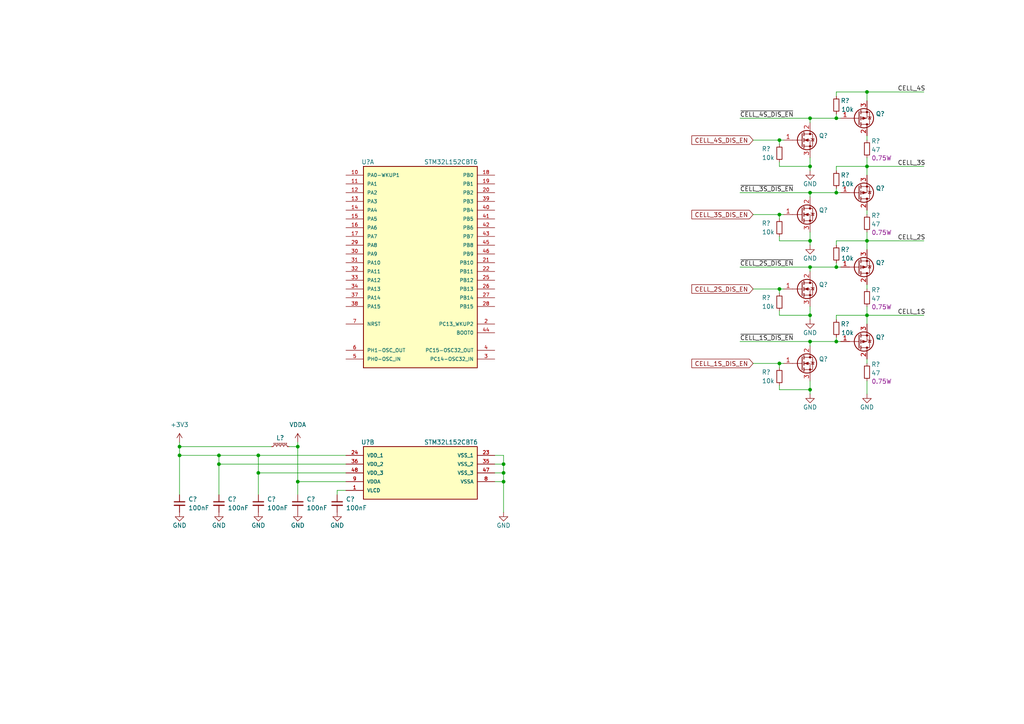
<source format=kicad_sch>
(kicad_sch (version 20211123) (generator eeschema)
  (paper "A4")
  (lib_symbols
    (symbol "Connector:Conn_Coaxial_Power" (pin_names (offset 1.016) hide)
      (property "Reference" "J" (at -5.08 -1.27 90))
      (property "Value" "Conn_Coaxial_Power" (at -3.175 -1.27 90))
      (symbol "Conn_Coaxial_Power_1_1"
        (pin passive line (at 0 2.54 270) (length 2.54) (name "In") (number "1"))
        (pin passive line (at 0 -5.08 90) (length 2.54) (name "Ext") (number "2"))
      )
    )
    (symbol "Connector_Generic:Conn_01x02" (pin_names (offset 1.016) hide)
      (property "Reference" "J" (at 0 2.54 0))
      (property "Value" "Conn_01x02" (at 0 -5.08 0))
      (symbol "Conn_01x02_1_1"
        (pin passive line (at -5.08 0 0) (length 3.81) (name "Pin_1") (number "1"))
        (pin passive line (at -5.08 -2.54 0) (length 3.81) (name "Pin_2") (number "2"))
      )
    )
    (symbol "Connector_Generic:Conn_01x03" (pin_names (offset 1.016) hide)
      (property "Reference" "J" (at 0 5.08 0))
      (property "Value" "Conn_01x03" (at 0 -5.08 0))
      (symbol "Conn_01x03_1_1"
        (pin passive line (at -5.08 2.54 0) (length 3.81) (name "Pin_1") (number "1"))
        (pin passive line (at -5.08 0 0) (length 3.81) (name "Pin_2") (number "2"))
        (pin passive line (at -5.08 -2.54 0) (length 3.81) (name "Pin_3") (number "3"))
      )
    )
    (symbol "Connector_Generic:Conn_01x05" (pin_names (offset 1.016) hide)
      (property "Reference" "J" (at 0 7.62 0))
      (property "Value" "Conn_01x05" (at 0 -7.62 0))
      (symbol "Conn_01x05_1_1"
        (pin passive line (at -5.08 5.08 0) (length 3.81) (name "Pin_1") (number "1"))
        (pin passive line (at -5.08 2.54 0) (length 3.81) (name "Pin_2") (number "2"))
        (pin passive line (at -5.08 0 0) (length 3.81) (name "Pin_3") (number "3"))
        (pin passive line (at -5.08 -2.54 0) (length 3.81) (name "Pin_4") (number "4"))
        (pin passive line (at -5.08 -5.08 0) (length 3.81) (name "Pin_5") (number "5"))
      )
    )
    (symbol "Device:C_Polarized_Small" (pin_numbers hide) (pin_names (offset 0.254) hide)
      (property "Reference" "C" (at 0.254 1.778 0))
      (property "Value" "C_Polarized_Small" (at 0.254 -2.032 0))
      (symbol "C_Polarized_Small_1_1"
        (pin passive line (at 0 2.54 270) (length 1.8542) (name "~") (number "1"))
        (pin passive line (at 0 -2.54 90) (length 1.8542) (name "~") (number "2"))
      )
    )
    (symbol "Device:C_Small" (pin_numbers hide) (pin_names (offset 0.254) hide)
      (property "Reference" "C" (at 0.254 1.778 0))
      (property "Value" "C_Small" (at 0.254 -2.032 0))
      (symbol "C_Small_1_1"
        (pin passive line (at 0 2.54 270) (length 2.032) (name "~") (number "1"))
        (pin passive line (at 0 -2.54 90) (length 2.032) (name "~") (number "2"))
      )
    )
    (symbol "Device:D_Schottky_Small" (pin_numbers hide) (pin_names (offset 0.254) hide)
      (property "Reference" "D" (at -1.27 2.032 0))
      (property "Value" "D_Schottky_Small" (at -7.112 -2.032 0))
      (symbol "D_Schottky_Small_1_1"
        (pin passive line (at -2.54 0 0) (length 1.778) (name "K") (number "1"))
        (pin passive line (at 2.54 0 180) (length 1.778) (name "A") (number "2"))
      )
    )
    (symbol "Device:Fuse_Small" (pin_numbers hide) (pin_names (offset 0.254) hide)
      (property "Reference" "F" (at 0 -1.524 0))
      (property "Value" "Fuse_Small" (at 0 1.524 0))
      (symbol "Fuse_Small_1_1"
        (pin passive line (at -2.54 0 0) (length 1.27) (name "~") (number "1"))
        (pin passive line (at 2.54 0 180) (length 1.27) (name "~") (number "2"))
      )
    )
    (symbol "Device:L_Ferrite_Small" (pin_numbers hide) (pin_names (offset 0.254) hide)
      (property "Reference" "L" (at 1.27 1.016 0))
      (property "Value" "L_Ferrite_Small" (at 1.27 -1.27 0))
      (symbol "L_Ferrite_Small_1_1"
        (pin passive line (at 0 2.54 270) (length 0.508) (name "~") (number "1"))
        (pin passive line (at 0 -2.54 90) (length 0.508) (name "~") (number "2"))
      )
    )
    (symbol "Device:L_Small" (pin_numbers hide) (pin_names (offset 0.254) hide)
      (property "Reference" "L" (at 0.762 1.016 0))
      (property "Value" "L_Small" (at 0.762 -1.016 0))
      (symbol "L_Small_1_1"
        (pin passive line (at 0 2.54 270) (length 0.508) (name "~") (number "1"))
        (pin passive line (at 0 -2.54 90) (length 0.508) (name "~") (number "2"))
      )
    )
    (symbol "Device:Q_NMOS_GDS" (pin_names (offset 0) hide)
      (property "Reference" "Q" (at 5.08 1.27 0))
      (property "Value" "Q_NMOS_GDS" (at 5.08 -1.27 0))
      (symbol "Q_NMOS_GDS_1_1"
        (pin input line (at -5.08 0 0) (length 2.54) (name "G") (number "1"))
        (pin passive line (at 2.54 5.08 270) (length 2.54) (name "D") (number "2"))
        (pin passive line (at 2.54 -5.08 90) (length 2.54) (name "S") (number "3"))
      )
    )
    (symbol "Device:Q_PMOS_GDS" (pin_names (offset 0) hide)
      (property "Reference" "Q" (at 5.08 1.27 0))
      (property "Value" "Q_PMOS_GDS" (at 5.08 -1.27 0))
      (symbol "Q_PMOS_GDS_1_1"
        (pin input line (at -5.08 0 0) (length 2.54) (name "G") (number "1"))
        (pin passive line (at 2.54 5.08 270) (length 2.54) (name "D") (number "2"))
        (pin passive line (at 2.54 -5.08 90) (length 2.54) (name "S") (number "3"))
      )
    )
    (symbol "Device:R_Small" (pin_numbers hide) (pin_names (offset 0.254) hide)
      (property "Reference" "R" (at 0.762 0.508 0))
      (property "Value" "R_Small" (at 0.762 -1.016 0))
      (symbol "R_Small_1_1"
        (pin passive line (at 0 2.54 270) (length 0.762) (name "~") (number "1"))
        (pin passive line (at 0 -2.54 90) (length 0.762) (name "~") (number "2"))
      )
    )
    (symbol "JetkovKiCADLib:+19V5" (power) (pin_names (offset 0))
      (property "Value" "+19V5" (at 0 3.556 0))
      (symbol "+19V5_1_1"
        (pin power_in line (at 0 0 90) (length 0) hide (name "+19V5") (number "1"))
      )
    )
    (symbol "JetkovKiCADLib:MAX1873TEEE+" (pin_names (offset 1.016))
      (property "Reference" "U" (at -8.89 33.02 0))
      (property "Value" "MAX1873TEEE+" (at -1.27 -27.94 0))
      (symbol "MAX1873TEEE+_1_1"
        (pin input line (at 16.51 16.51 180) (length 5.08) (name "CSSN") (number "1"))
        (pin power_in line (at 16.51 -6.35 180) (length 5.08) (name "BATT") (number "10"))
        (pin input line (at 16.51 -3.81 180) (length 5.08) (name "CSB") (number "11"))
        (pin power_in line (at 16.51 -24.13 180) (length 5.08) (name "GND") (number "12"))
        (pin unspecified line (at -15.24 21.59 0) (length 5.08) (name "VH") (number "13"))
        (pin output line (at 16.51 3.81 180) (length 5.08) (name "EXT") (number "14"))
        (pin input line (at -15.24 29.21 0) (length 5.08) (name "DCIN") (number "15"))
        (pin power_in line (at -15.24 19.05 0) (length 5.08) (name "VL") (number "16"))
        (pin input line (at 16.51 29.21 180) (length 5.08) (name "CSSP") (number "2"))
        (pin input line (at -15.24 -13.97 0) (length 5.08) (name "CCS") (number "3"))
        (pin power_in line (at -15.24 -24.13 0) (length 5.08) (name "CCV") (number "4"))
        (pin unspecified line (at -15.24 -3.81 0) (length 5.08) (name "CCI") (number "5"))
        (pin input line (at -15.24 6.35 0) (length 5.08) (name "ICHG/EN") (number "6"))
        (pin output line (at -15.24 8.89 0) (length 5.08) (name "IOUT") (number "7"))
        (pin power_in line (at 16.51 -21.59 180) (length 5.08) (name "VADJ") (number "8"))
        (pin output line (at 16.51 -8.89 180) (length 5.08) (name "REF") (number "9"))
      )
    )
    (symbol "JetkovKiCADLib:STM32L152CBT6" (pin_names (offset 1.016))
      (property "Reference" "U" (at -16.51 30.48 0))
      (property "Value" "STM32L152CBT6" (at 1.27 30.48 0))
      (symbol "STM32L152CBT6_1_0"
        (pin bidirectional line (at -21.59 27.94 0) (length 5.08) (name "PA0-WKUP1") (number "10"))
        (pin bidirectional line (at -21.59 25.4 0) (length 5.08) (name "PA1") (number "11"))
        (pin bidirectional line (at -21.59 22.86 0) (length 5.08) (name "PA2") (number "12"))
        (pin bidirectional line (at -21.59 20.32 0) (length 5.08) (name "PA3") (number "13"))
        (pin bidirectional line (at -21.59 17.78 0) (length 5.08) (name "PA4") (number "14"))
        (pin bidirectional line (at -21.59 15.24 0) (length 5.08) (name "PA5") (number "15"))
        (pin bidirectional line (at -21.59 12.7 0) (length 5.08) (name "PA6") (number "16"))
        (pin bidirectional line (at -21.59 10.16 0) (length 5.08) (name "PA7") (number "17"))
        (pin bidirectional line (at 21.59 27.94 180) (length 5.08) (name "PB0") (number "18"))
        (pin bidirectional line (at 21.59 25.4 180) (length 5.08) (name "PB1") (number "19"))
        (pin bidirectional line (at 21.59 -15.24 180) (length 5.08) (name "PC13_WKUP2") (number "2"))
        (pin bidirectional line (at 21.59 22.86 180) (length 5.08) (name "PB2") (number "20"))
        (pin bidirectional line (at 21.59 2.54 180) (length 5.08) (name "PB10") (number "21"))
        (pin bidirectional line (at 21.59 0 180) (length 5.08) (name "PB11") (number "22"))
        (pin bidirectional line (at 21.59 -2.54 180) (length 5.08) (name "PB12") (number "25"))
        (pin bidirectional line (at 21.59 -5.08 180) (length 5.08) (name "PB13") (number "26"))
        (pin bidirectional line (at 21.59 -7.62 180) (length 5.08) (name "PB14") (number "27"))
        (pin bidirectional line (at 21.59 -10.16 180) (length 5.08) (name "PB15") (number "28"))
        (pin bidirectional line (at -21.59 7.62 0) (length 5.08) (name "PA8") (number "29"))
        (pin input line (at 21.59 -25.4 180) (length 5.08) (name "PC14-OSC32_IN") (number "3"))
        (pin bidirectional line (at -21.59 5.08 0) (length 5.08) (name "PA9") (number "30"))
        (pin bidirectional line (at -21.59 2.54 0) (length 5.08) (name "PA10") (number "31"))
        (pin bidirectional line (at -21.59 0 0) (length 5.08) (name "PA11") (number "32"))
        (pin bidirectional line (at -21.59 -2.54 0) (length 5.08) (name "PA12") (number "33"))
        (pin bidirectional line (at -21.59 -5.08 0) (length 5.08) (name "PA13") (number "34"))
        (pin bidirectional line (at -21.59 -7.62 0) (length 5.08) (name "PA14") (number "37"))
        (pin bidirectional line (at -21.59 -10.16 0) (length 5.08) (name "PA15") (number "38"))
        (pin bidirectional line (at 21.59 20.32 180) (length 5.08) (name "PB3") (number "39"))
        (pin output line (at 21.59 -22.86 180) (length 5.08) (name "PC15-OSC32_OUT") (number "4"))
        (pin bidirectional line (at 21.59 17.78 180) (length 5.08) (name "PB4") (number "40"))
        (pin bidirectional line (at 21.59 15.24 180) (length 5.08) (name "PB5") (number "41"))
        (pin bidirectional line (at 21.59 12.7 180) (length 5.08) (name "PB6") (number "42"))
        (pin bidirectional line (at 21.59 10.16 180) (length 5.08) (name "PB7") (number "43"))
        (pin input line (at 21.59 -17.78 180) (length 5.08) (name "BOOT0") (number "44"))
        (pin bidirectional line (at 21.59 7.62 180) (length 5.08) (name "PB8") (number "45"))
        (pin bidirectional line (at 21.59 5.08 180) (length 5.08) (name "PB9") (number "46"))
        (pin input line (at -21.59 -25.4 0) (length 5.08) (name "PH0-OSC_IN") (number "5"))
        (pin output line (at -21.59 -22.86 0) (length 5.08) (name "PH1-OSC_OUT") (number "6"))
        (pin bidirectional line (at -21.59 -15.24 0) (length 5.08) (name "NRST") (number "7"))
      )
      (symbol "STM32L152CBT6_2_0"
        (pin power_in line (at -21.59 27.94 0) (length 5.08) (name "VLCD") (number "1"))
        (pin power_in line (at 21.59 22.86 180) (length 5.08) (name "VSS_1") (number "23"))
        (pin power_in line (at -21.59 22.86 0) (length 5.08) (name "VDD_1") (number "24"))
        (pin power_in line (at 21.59 20.32 180) (length 5.08) (name "VSS_2") (number "35"))
        (pin power_in line (at -21.59 20.32 0) (length 5.08) (name "VDD_2") (number "36"))
        (pin power_in line (at 21.59 17.78 180) (length 5.08) (name "VSS_3") (number "47"))
        (pin power_in line (at -21.59 17.78 0) (length 5.08) (name "VDD_3") (number "48"))
        (pin power_in line (at 21.59 25.4 180) (length 5.08) (name "VSSA") (number "8"))
        (pin power_in line (at -21.59 25.4 0) (length 5.08) (name "VDDA") (number "9"))
      )
    )
    (symbol "JetkovKiCADLib:VBAT" (power) (pin_names (offset 0))
      (property "Value" "VBAT" (at 0 3.556 0))
      (symbol "VBAT_1_1"
        (pin power_in line (at 0 0 90) (length 0) hide (name "VBAT") (number "1"))
      )
    )
    (symbol "STM32L152CBT6_1" (pin_names (offset 1.016))
      (property "Reference" "U" (at -16.51 30.48 0))
      (property "Value" "STM32L152CBT6_1" (at 1.27 30.48 0))
      (symbol "STM32L152CBT6_1_1_0"
        (pin bidirectional line (at -21.59 27.94 0) (length 5.08) (name "PA0-WKUP1") (number "10"))
        (pin bidirectional line (at -21.59 25.4 0) (length 5.08) (name "PA1") (number "11"))
        (pin bidirectional line (at -21.59 22.86 0) (length 5.08) (name "PA2") (number "12"))
        (pin bidirectional line (at -21.59 20.32 0) (length 5.08) (name "PA3") (number "13"))
        (pin bidirectional line (at -21.59 17.78 0) (length 5.08) (name "PA4") (number "14"))
        (pin bidirectional line (at -21.59 15.24 0) (length 5.08) (name "PA5") (number "15"))
        (pin bidirectional line (at -21.59 12.7 0) (length 5.08) (name "PA6") (number "16"))
        (pin bidirectional line (at -21.59 10.16 0) (length 5.08) (name "PA7") (number "17"))
        (pin bidirectional line (at 21.59 27.94 180) (length 5.08) (name "PB0") (number "18"))
        (pin bidirectional line (at 21.59 25.4 180) (length 5.08) (name "PB1") (number "19"))
        (pin bidirectional line (at 21.59 -15.24 180) (length 5.08) (name "PC13_WKUP2") (number "2"))
        (pin bidirectional line (at 21.59 22.86 180) (length 5.08) (name "PB2") (number "20"))
        (pin bidirectional line (at 21.59 2.54 180) (length 5.08) (name "PB10") (number "21"))
        (pin bidirectional line (at 21.59 0 180) (length 5.08) (name "PB11") (number "22"))
        (pin bidirectional line (at 21.59 -2.54 180) (length 5.08) (name "PB12") (number "25"))
        (pin bidirectional line (at 21.59 -5.08 180) (length 5.08) (name "PB13") (number "26"))
        (pin bidirectional line (at 21.59 -7.62 180) (length 5.08) (name "PB14") (number "27"))
        (pin bidirectional line (at 21.59 -10.16 180) (length 5.08) (name "PB15") (number "28"))
        (pin bidirectional line (at -21.59 7.62 0) (length 5.08) (name "PA8") (number "29"))
        (pin input line (at 21.59 -25.4 180) (length 5.08) (name "PC14-OSC32_IN") (number "3"))
        (pin bidirectional line (at -21.59 5.08 0) (length 5.08) (name "PA9") (number "30"))
        (pin bidirectional line (at -21.59 2.54 0) (length 5.08) (name "PA10") (number "31"))
        (pin bidirectional line (at -21.59 0 0) (length 5.08) (name "PA11") (number "32"))
        (pin bidirectional line (at -21.59 -2.54 0) (length 5.08) (name "PA12") (number "33"))
        (pin bidirectional line (at -21.59 -5.08 0) (length 5.08) (name "PA13") (number "34"))
        (pin bidirectional line (at -21.59 -7.62 0) (length 5.08) (name "PA14") (number "37"))
        (pin bidirectional line (at -21.59 -10.16 0) (length 5.08) (name "PA15") (number "38"))
        (pin bidirectional line (at 21.59 20.32 180) (length 5.08) (name "PB3") (number "39"))
        (pin output line (at 21.59 -22.86 180) (length 5.08) (name "PC15-OSC32_OUT") (number "4"))
        (pin bidirectional line (at 21.59 17.78 180) (length 5.08) (name "PB4") (number "40"))
        (pin bidirectional line (at 21.59 15.24 180) (length 5.08) (name "PB5") (number "41"))
        (pin bidirectional line (at 21.59 12.7 180) (length 5.08) (name "PB6") (number "42"))
        (pin bidirectional line (at 21.59 10.16 180) (length 5.08) (name "PB7") (number "43"))
        (pin input line (at 21.59 -17.78 180) (length 5.08) (name "BOOT0") (number "44"))
        (pin bidirectional line (at 21.59 7.62 180) (length 5.08) (name "PB8") (number "45"))
        (pin bidirectional line (at 21.59 5.08 180) (length 5.08) (name "PB9") (number "46"))
        (pin input line (at -21.59 -25.4 0) (length 5.08) (name "PH0-OSC_IN") (number "5"))
        (pin output line (at -21.59 -22.86 0) (length 5.08) (name "PH1-OSC_OUT") (number "6"))
        (pin bidirectional line (at -21.59 -15.24 0) (length 5.08) (name "NRST") (number "7"))
      )
      (symbol "STM32L152CBT6_1_2_0"
        (pin power_in line (at -21.59 17.78 0) (length 5.08) (name "VLCD") (number "1"))
        (pin power_in line (at 21.59 27.94 180) (length 5.08) (name "VSS_1") (number "23"))
        (pin power_in line (at -21.59 27.94 0) (length 5.08) (name "VDD_1") (number "24"))
        (pin power_in line (at 21.59 25.4 180) (length 5.08) (name "VSS_2") (number "35"))
        (pin power_in line (at -21.59 25.4 0) (length 5.08) (name "VDD_2") (number "36"))
        (pin power_in line (at 21.59 22.86 180) (length 5.08) (name "VSS_3") (number "47"))
        (pin power_in line (at -21.59 22.86 0) (length 5.08) (name "VDD_3") (number "48"))
        (pin power_in line (at 21.59 20.32 180) (length 5.08) (name "VSSA") (number "8"))
        (pin power_in line (at -21.59 20.32 0) (length 5.08) (name "VDDA") (number "9"))
      )
    )
    (symbol "power:+3V3" (power) (pin_names (offset 0))
      (property "Value" "+3V3" (at 0 3.556 0))
      (symbol "+3V3_1_1"
        (pin power_in line (at 0 0 90) (length 0) hide (name "+3V3") (number "1"))
      )
    )
    (symbol "power:GND" (power) (pin_names (offset 0))
      (property "Value" "GND" (at 0 -3.81 0))
      (symbol "GND_1_1"
        (pin power_in line (at 0 0 270) (length 0) hide (name "GND") (number "1"))
      )
    )
    (symbol "power:VDC" (power) (pin_names (offset 0))
      (property "Value" "VDC" (at 0 6.35 0))
      (symbol "VDC_1_1"
        (pin power_in line (at 0 0 90) (length 0) hide (name "VDC") (number "1"))
      )
    )
    (symbol "power:VDDA" (power) (pin_names (offset 0))
      (property "Value" "VDDA" (at 0 3.81 0))
      (symbol "VDDA_1_1"
        (pin power_in line (at 0 0 90) (length 0) hide (name "VDDA") (number "1"))
      )
    )
  )
  (junction (at 86.36 129.54))
  (junction (at 251.46 91.44))
  (junction (at 245.11 -109.22))
  (junction (at 234.95 77.47))
  (junction (at 242.57 55.88))
  (junction (at 245.11 -116.84))
  (junction (at 234.95 48.26))
  (junction (at 247.65 -71.12))
  (junction (at 234.95 34.29))
  (junction (at 251.46 48.26))
  (junction (at 86.36 139.7))
  (junction (at 63.5 134.62))
  (junction (at 245.11 -96.52))
  (junction (at 234.95 99.06))
  (junction (at 234.95 55.88))
  (junction (at 275.59 -116.84))
  (junction (at 63.5 132.08))
  (junction (at 198.12 -66.04))
  (junction (at 52.07 132.08))
  (junction (at 264.16 -81.28))
  (junction (at 264.16 -88.9))
  (junction (at 242.57 77.47))
  (junction (at 234.95 69.85))
  (junction (at 242.57 34.29))
  (junction (at 146.05 139.7))
  (junction (at 275.59 -73.66))
  (junction (at 146.05 137.16))
  (junction (at 252.73 -58.42))
  (junction (at 226.06 83.82))
  (junction (at 226.06 105.41))
  (junction (at 242.57 99.06))
  (junction (at 74.93 132.08))
  (junction (at 210.82 -116.84))
  (junction (at 251.46 26.67))
  (junction (at 234.95 113.03))
  (junction (at 252.73 -71.12))
  (junction (at 74.93 137.16))
  (junction (at 264.16 -73.66))
  (junction (at 210.82 -109.22))
  (junction (at 234.95 91.44))
  (junction (at 255.27 -116.84))
  (junction (at 226.06 62.23))
  (junction (at 146.05 134.62))
  (junction (at 212.09 -55.88))
  (junction (at 198.12 -55.88))
  (junction (at 199.39 -116.84))
  (junction (at 52.07 129.54))
  (junction (at 251.46 69.85))
  (junction (at 226.06 40.64))
  (junction (at 198.12 -52.07))
  (wire (pts (xy 214.63 34.29) (xy 234.95 34.29)))
  (wire (pts (xy 242.57 34.29) (xy 243.84 34.29)))
  (wire (pts (xy 97.79 142.24) (xy 100.33 142.24)))
  (wire (pts (xy 214.63 99.06) (xy 234.95 99.06)))
  (wire (pts (xy 234.95 99.06) (xy 234.95 100.33)))
  (wire (pts (xy 208.28 -76.2) (xy 212.09 -76.2)))
  (wire (pts (xy 214.63 77.47) (xy 234.95 77.47)))
  (wire (pts (xy 86.36 128.27) (xy 86.36 129.54)))
  (wire (pts (xy 242.57 27.94) (xy 242.57 26.67)))
  (wire (pts (xy 252.73 -71.12) (xy 252.73 -64.77)))
  (wire (pts (xy 226.06 69.85) (xy 234.95 69.85)))
  (wire (pts (xy 252.73 -58.42) (xy 252.73 -57.15)))
  (wire (pts (xy 226.06 40.64) (xy 226.06 41.91)))
  (wire (pts (xy 251.46 67.31) (xy 251.46 69.85)))
  (wire (pts (xy 242.57 97.79) (xy 242.57 99.06)))
  (wire (pts (xy 251.46 91.44) (xy 267.97 91.44)))
  (wire (pts (xy 245.11 -95.25) (xy 245.11 -96.52)))
  (wire (pts (xy 243.84 -58.42) (xy 252.73 -58.42)))
  (wire (pts (xy 86.36 139.7) (xy 100.33 139.7)))
  (wire (pts (xy 63.5 132.08) (xy 52.07 132.08)))
  (wire (pts (xy 143.51 139.7) (xy 146.05 139.7)))
  (wire (pts (xy 74.93 137.16) (xy 100.33 137.16)))
  (wire (pts (xy 242.57 54.61) (xy 242.57 55.88)))
  (wire (pts (xy 226.06 62.23) (xy 226.06 63.5)))
  (wire (pts (xy 242.57 77.47) (xy 243.84 77.47)))
  (wire (pts (xy 242.57 49.53) (xy 242.57 48.26)))
  (wire (pts (xy 275.59 -116.84) (xy 275.59 -115.57)))
  (wire (pts (xy 74.93 132.08) (xy 63.5 132.08)))
  (wire (pts (xy 226.06 113.03) (xy 234.95 113.03)))
  (wire (pts (xy 234.95 34.29) (xy 242.57 34.29)))
  (wire (pts (xy 252.73 -59.69) (xy 252.73 -58.42)))
  (wire (pts (xy 210.82 -55.88) (xy 212.09 -55.88)))
  (wire (pts (xy 251.46 45.72) (xy 251.46 48.26)))
  (wire (pts (xy 63.5 132.08) (xy 63.5 134.62)))
  (wire (pts (xy 208.28 -52.07) (xy 212.09 -52.07)))
  (wire (pts (xy 199.39 -110.49) (xy 199.39 -107.95)))
  (wire (pts (xy 74.93 132.08) (xy 100.33 132.08)))
  (wire (pts (xy 160.02 -52.07) (xy 162.56 -52.07)))
  (wire (pts (xy 234.95 110.49) (xy 234.95 113.03)))
  (wire (pts (xy 218.44 62.23) (xy 226.06 62.23)))
  (wire (pts (xy 234.95 114.3) (xy 234.95 113.03)))
  (wire (pts (xy 146.05 139.7) (xy 146.05 137.16)))
  (wire (pts (xy 74.93 132.08) (xy 74.93 137.16)))
  (wire (pts (xy 243.84 -71.12) (xy 247.65 -71.12)))
  (wire (pts (xy 275.59 -73.66) (xy 275.59 -72.39)))
  (wire (pts (xy 251.46 110.49) (xy 251.46 114.3)))
  (wire (pts (xy 198.12 -55.88) (xy 199.39 -55.88)))
  (wire (pts (xy 243.84 -73.66) (xy 264.16 -73.66)))
  (wire (pts (xy 242.57 55.88) (xy 243.84 55.88)))
  (wire (pts (xy 160.02 -49.53) (xy 162.56 -49.53)))
  (wire (pts (xy 251.46 69.85) (xy 267.97 69.85)))
  (wire (pts (xy 160.02 -54.61) (xy 162.56 -54.61)))
  (wire (pts (xy 234.95 34.29) (xy 234.95 35.56)))
  (wire (pts (xy 255.27 -110.49) (xy 255.27 -96.52)))
  (wire (pts (xy 226.06 48.26) (xy 234.95 48.26)))
  (wire (pts (xy 256.54 -93.98) (xy 255.27 -93.98)))
  (wire (pts (xy 212.09 -52.07) (xy 212.09 -55.88)))
  (wire (pts (xy 245.11 -110.49) (xy 245.11 -109.22)))
  (wire (pts (xy 147.32 -52.07) (xy 154.94 -52.07)))
  (wire (pts (xy 210.82 -116.84) (xy 245.11 -116.84)))
  (wire (pts (xy 245.11 -116.84) (xy 247.65 -116.84)))
  (wire (pts (xy 242.57 71.12) (xy 242.57 69.85)))
  (wire (pts (xy 242.57 76.2) (xy 242.57 77.47)))
  (wire (pts (xy 226.06 46.99) (xy 226.06 48.26)))
  (wire (pts (xy 52.07 129.54) (xy 78.74 129.54)))
  (wire (pts (xy 255.27 -116.84) (xy 255.27 -115.57)))
  (wire (pts (xy 251.46 26.67) (xy 251.46 29.21)))
  (wire (pts (xy 234.95 77.47) (xy 242.57 77.47)))
  (wire (pts (xy 251.46 69.85) (xy 251.46 72.39)))
  (wire (pts (xy 234.95 55.88) (xy 242.57 55.88)))
  (wire (pts (xy 204.47 -55.88) (xy 205.74 -55.88)))
  (wire (pts (xy 210.82 -109.22) (xy 212.09 -109.22)))
  (wire (pts (xy 160.02 -67.31) (xy 162.56 -67.31)))
  (wire (pts (xy 160.02 -46.99) (xy 162.56 -46.99)))
  (wire (pts (xy 208.28 -99.06) (xy 212.09 -99.06)))
  (wire (pts (xy 251.46 60.96) (xy 251.46 62.23)))
  (wire (pts (xy 63.5 134.62) (xy 63.5 143.51)))
  (wire (pts (xy 86.36 139.7) (xy 86.36 143.51)))
  (wire (pts (xy 251.46 104.14) (xy 251.46 105.41)))
  (wire (pts (xy 198.12 -55.88) (xy 198.12 -66.04)))
  (wire (pts (xy 264.16 -81.28) (xy 264.16 -80.01)))
  (wire (pts (xy 83.82 129.54) (xy 86.36 129.54)))
  (wire (pts (xy 147.32 -49.53) (xy 154.94 -49.53)))
  (wire (pts (xy 255.27 -93.98) (xy 255.27 -83.82)))
  (wire (pts (xy 226.06 83.82) (xy 226.06 85.09)))
  (wire (pts (xy 143.51 134.62) (xy 146.05 134.62)))
  (wire (pts (xy 227.33 62.23) (xy 226.06 62.23)))
  (wire (pts (xy 245.11 -96.52) (xy 255.27 -96.52)))
  (wire (pts (xy 203.2 -99.06) (xy 199.39 -99.06)))
  (wire (pts (xy 86.36 129.54) (xy 86.36 139.7)))
  (wire (pts (xy 203.2 -76.2) (xy 198.12 -76.2)))
  (wire (pts (xy 210.82 -109.22) (xy 210.82 -107.95)))
  (wire (pts (xy 242.57 92.71) (xy 242.57 91.44)))
  (wire (pts (xy 147.32 -46.99) (xy 154.94 -46.99)))
  (wire (pts (xy 242.57 26.67) (xy 251.46 26.67)))
  (wire (pts (xy 275.59 -73.66) (xy 264.16 -73.66)))
  (wire (pts (xy 198.12 -76.2) (xy 198.12 -66.04)))
  (wire (pts (xy 275.59 -76.2) (xy 275.59 -73.66)))
  (wire (pts (xy 63.5 134.62) (xy 100.33 134.62)))
  (wire (pts (xy 97.79 143.51) (xy 97.79 142.24)))
  (wire (pts (xy 269.24 -88.9) (xy 264.16 -88.9)))
  (wire (pts (xy 161.29 -63.5) (xy 161.29 -64.77)))
  (wire (pts (xy 52.07 129.54) (xy 52.07 132.08)))
  (wire (pts (xy 143.51 137.16) (xy 146.05 137.16)))
  (wire (pts (xy 52.07 132.08) (xy 52.07 143.51)))
  (wire (pts (xy 199.39 -99.06) (xy 199.39 -97.79)))
  (wire (pts (xy 242.57 99.06) (xy 243.84 99.06)))
  (wire (pts (xy 234.95 77.47) (xy 234.95 78.74)))
  (wire (pts (xy 234.95 88.9) (xy 234.95 91.44)))
  (wire (pts (xy 243.84 -83.82) (xy 255.27 -83.82)))
  (wire (pts (xy 234.95 55.88) (xy 234.95 57.15)))
  (wire (pts (xy 234.95 45.72) (xy 234.95 48.26)))
  (wire (pts (xy 146.05 148.59) (xy 146.05 139.7)))
  (wire (pts (xy 226.06 105.41) (xy 226.06 106.68)))
  (wire (pts (xy 243.84 -55.88) (xy 245.11 -55.88)))
  (wire (pts (xy 264.16 -82.55) (xy 264.16 -81.28)))
  (wire (pts (xy 269.24 -87.63) (xy 269.24 -88.9)))
  (wire (pts (xy 264.16 -87.63) (xy 264.16 -88.9)))
  (wire (pts (xy 146.05 132.08) (xy 143.51 132.08)))
  (wire (pts (xy 218.44 40.64) (xy 226.06 40.64)))
  (wire (pts (xy 234.95 71.12) (xy 234.95 69.85)))
  (wire (pts (xy 245.11 -55.88) (xy 245.11 -54.61)))
  (wire (pts (xy 245.11 -116.84) (xy 245.11 -115.57)))
  (wire (pts (xy 210.82 -101.6) (xy 210.82 -102.87)))
  (wire (pts (xy 52.07 128.27) (xy 52.07 129.54)))
  (wire (pts (xy 243.84 -109.22) (xy 245.11 -109.22)))
  (wire (pts (xy 161.29 -64.77) (xy 162.56 -64.77)))
  (wire (pts (xy 146.05 134.62) (xy 146.05 132.08)))
  (wire (pts (xy 243.84 -81.28) (xy 264.16 -81.28)))
  (wire (pts (xy 226.06 68.58) (xy 226.06 69.85)))
  (wire (pts (xy 226.06 111.76) (xy 226.06 113.03)))
  (wire (pts (xy 251.46 48.26) (xy 267.97 48.26)))
  (wire (pts (xy 242.57 69.85) (xy 251.46 69.85)))
  (wire (pts (xy 199.39 -116.84) (xy 210.82 -116.84)))
  (wire (pts (xy 243.84 -81.28) (xy 243.84 -76.2)))
  (wire (pts (xy 245.11 -107.95) (xy 245.11 -109.22)))
  (wire (pts (xy 242.57 48.26) (xy 251.46 48.26)))
  (wire (pts (xy 260.35 -71.12) (xy 260.35 -64.77)))
  (wire (pts (xy 116.84 -74.93) (xy 116.84 -76.2)))
  (wire (pts (xy 198.12 -66.04) (xy 203.2 -66.04)))
  (wire (pts (xy 260.35 -59.69) (xy 260.35 -57.15)))
  (wire (pts (xy 161.29 -44.45) (xy 162.56 -44.45)))
  (wire (pts (xy 203.2 -52.07) (xy 198.12 -52.07)))
  (wire (pts (xy 252.73 -116.84) (xy 255.27 -116.84)))
  (wire (pts (xy 212.09 -101.6) (xy 210.82 -101.6)))
  (wire (pts (xy 214.63 55.88) (xy 234.95 55.88)))
  (wire (pts (xy 218.44 105.41) (xy 226.06 105.41)))
  (wire (pts (xy 234.95 99.06) (xy 242.57 99.06)))
  (wire (pts (xy 154.94 -67.31) (xy 152.4 -67.31)))
  (wire (pts (xy 252.73 -71.12) (xy 260.35 -71.12)))
  (wire (pts (xy 218.44 83.82) (xy 226.06 83.82)))
  (wire (pts (xy 247.65 -71.12) (xy 247.65 -69.85)))
  (wire (pts (xy 234.95 49.53) (xy 234.95 48.26)))
  (wire (pts (xy 199.39 -116.84) (xy 199.39 -115.57)))
  (wire (pts (xy 243.84 -96.52) (xy 245.11 -96.52)))
  (wire (pts (xy 74.93 137.16) (xy 74.93 143.51)))
  (wire (pts (xy 251.46 91.44) (xy 251.46 93.98)))
  (wire (pts (xy 208.28 -66.04) (xy 212.09 -66.04)))
  (wire (pts (xy 161.29 -43.18) (xy 161.29 -44.45)))
  (wire (pts (xy 210.82 -116.84) (xy 210.82 -109.22)))
  (wire (pts (xy 146.05 137.16) (xy 146.05 134.62)))
  (wire (pts (xy 147.32 -54.61) (xy 154.94 -54.61)))
  (wire (pts (xy 255.27 -116.84) (xy 275.59 -116.84)))
  (wire (pts (xy 251.46 39.37) (xy 251.46 40.64)))
  (wire (pts (xy 247.65 -71.12) (xy 252.73 -71.12)))
  (wire (pts (xy 234.95 67.31) (xy 234.95 69.85)))
  (wire (pts (xy 227.33 105.41) (xy 226.06 105.41)))
  (wire (pts (xy 251.46 82.55) (xy 251.46 83.82)))
  (wire (pts (xy 251.46 26.67) (xy 267.97 26.67)))
  (wire (pts (xy 264.16 -73.66) (xy 264.16 -74.93)))
  (wire (pts (xy 226.06 90.17) (xy 226.06 91.44)))
  (wire (pts (xy 275.59 -116.84) (xy 284.48 -116.84)))
  (wire (pts (xy 198.12 -52.07) (xy 198.12 -50.8)))
  (wire (pts (xy 227.33 83.82) (xy 226.06 83.82)))
  (wire (pts (xy 227.33 40.64) (xy 226.06 40.64)))
  (wire (pts (xy 234.95 92.71) (xy 234.95 91.44)))
  (wire (pts (xy 152.4 -67.31) (xy 152.4 -69.85)))
  (wire (pts (xy 251.46 88.9) (xy 251.46 91.44)))
  (wire (pts (xy 242.57 91.44) (xy 251.46 91.44)))
  (wire (pts (xy 226.06 91.44) (xy 234.95 91.44)))
  (wire (pts (xy 251.46 48.26) (xy 251.46 50.8)))
  (wire (pts (xy 198.12 -52.07) (xy 198.12 -55.88)))
  (wire (pts (xy 199.39 -118.11) (xy 199.39 -116.84)))
  (wire (pts (xy 242.57 33.02) (xy 242.57 34.29)))
  (label "CELL_4S" (at 138.43 -54.61 0))
  (label "CELL_1S" (at 260.35 91.44 0))
  (label "CELL_2S" (at 138.43 -49.53 0))
  (label "~{CELL_2S_DIS_EN}" (at 214.63 77.47 0))
  (label "~{CELL_1S_DIS_EN}" (at 214.63 99.06 0))
  (label "CELL_2S" (at 260.35 69.85 0))
  (label "CELL_4S" (at 260.35 26.67 0))
  (label "CELL_3S" (at 260.35 48.26 0))
  (label "CELL_3S" (at 138.43 -52.07 0))
  (label "~{CELL_4S_DIS_EN}" (at 214.63 34.29 0))
  (label "~{CELL_3S_DIS_EN}" (at 214.63 55.88 0))
  (label "CELL_1S" (at 138.43 -46.99 0))
  (global_label "CELL_4S_DIS_EN" (shape input) (at 218.44 40.64 180) (property "Intersheet References" "${INTERSHEET_REFS}" (effects hide)))
  (global_label "CELL_2S_DIS_EN" (shape input) (at 218.44 83.82 180) (property "Intersheet References" "${INTERSHEET_REFS}" (effects hide)))
  (global_label "CELL_3S_DIS_EN" (shape input) (at 218.44 62.23 180) (property "Intersheet References" "${INTERSHEET_REFS}" (effects hide)))
  (global_label "CELL_1S_DIS_EN" (shape input) (at 218.44 105.41 180) (property "Intersheet References" "${INTERSHEET_REFS}" (effects hide)))
  (global_label "CHG_IOUT" (shape output) (at 212.09 -88.9 180) (property "Intersheet References" "${INTERSHEET_REFS}" (effects hide)))
  (symbol (lib_id "Device:Q_NMOS_GDS") (at 232.41 62.23 0) (unit 1)
    (property "Reference" "Q?" (at 237.49 60.96 0) (effects (justify left)))
    (property "Value" "Q_NMOS_GDS" (effects hide))
  )
  (symbol (lib_id "power:GND") (at 245.11 -102.87 0) (unit 1)
    (property "Reference" "#PWR?" (effects hide))
    (property "Value" "GND" (at 245.11 -99.06 0))
  )
  (symbol (lib_id "Device:R_Small") (at 214.63 -142.24 0) (mirror x) (unit 1)
    (property "Reference" "R?" (at 213.4297 -143.1409 0) (effects (justify right)))
    (property "Value" "????" (at 213.4863 -141.2531 0) (effects (justify right)))
  )
  (symbol (lib_id "Device:R_Small") (at 217.17 -142.24 0) (mirror x) (unit 1)
    (property "Reference" "R?" (at 218.3299 -141.2925 0) (effects (justify left)))
    (property "Value" "????" (at 218.2898 -143.2277 0) (effects (justify left)))
  )
  (symbol (lib_id "JetkovKiCADLib:STM32L152CBT6") (at 121.92 78.74 0) (unit 1)
    (property "Reference" "U?" (at 106.68 46.99 0))
    (property "Value" "STM32L152CBT6" (at 130.81 46.99 0))
    (property "Footprint" "JetkovKiCADLib:48-LQFP_ LQFP48_STM" (effects hide))
    (property "Datasheet" "https://www.st.com/content/ccc/resource/technical/document/datasheet/66/71/4b/23/94/c3/42/c8/CD00277537.pdf/files/CD00277537.pdf/jcr:content/translations/en.CD00277537.pdf" (effects hide))
    (property "Part Number" "STM32L152CBT6" (effects hide))
    (property "Manufacturer" "STMicroelectronics" (effects hide))
    (property "Description" "IC MCU 32BIT 128KB FLASH 48LQFP" (effects hide))
    (property "Temp Range" "-40°C +85°C" (effects hide))
  )
  (symbol (lib_id "Connector_Generic:Conn_01x03") (at -3.81 -53.34 0) (unit 1)
    (property "Reference" "J?" (at -5.08 -58.42 0) (effects (justify left)))
    (property "Value" "Conn_01x03" (effects hide))
  )
  (symbol (lib_id "Device:C_Small") (at 63.5 146.05 0) (unit 1)
    (property "Reference" "C?" (at 66.04 144.7862 0) (effects (justify left)))
    (property "Value" "100nF" (at 66.04 147.3262 0) (effects (justify left)))
  )
  (symbol (lib_id "power:GND") (at 63.5 148.59 0) (unit 1)
    (property "Reference" "#PWR?" (effects hide))
    (property "Value" "GND" (at 63.5 152.4 0))
  )
  (symbol (lib_id "JetkovKiCADLib:VBAT") (at 275.59 -76.2 0) (unit 1)
    (property "Reference" "#PWR?" (effects hide))
    (property "Value" "VBAT" (at 275.59 -80.01 0))
  )
  (symbol (lib_id "power:GND") (at 247.65 -64.77 0) (unit 1)
    (property "Reference" "#PWR?" (effects hide))
    (property "Value" "GND" (at 247.65 -60.96 0))
  )
  (symbol (lib_id "Device:C_Polarized_Small") (at 275.59 -113.03 0) (unit 1)
    (property "Reference" "C?" (at 277.5112 -114.0595 0) (effects (justify left)))
    (property "Value" "?????" (at 277.5112 -112.0657 0) (effects (justify left)))
  )
  (symbol (lib_id "power:+3V3") (at 52.07 128.27 0) (unit 1)
    (property "Reference" "#PWR?" (effects hide))
    (property "Value" "+3V3" (at 52.07 123.19 0))
  )
  (symbol (lib_id "power:GND") (at 146.05 148.59 0) (unit 1)
    (property "Reference" "#PWR?" (effects hide))
    (property "Value" "GND" (at 146.05 152.4 0))
  )
  (symbol (lib_id "power:GND") (at 161.29 -43.18 0) (unit 1)
    (property "Reference" "#PWR?" (effects hide))
    (property "Value" "GND" (at 161.29 -39.37 0))
  )
  (symbol (lib_id "JetkovKiCADLib:+19V5") (at 146.05 -99.06 0) (unit 1)
    (property "Reference" "#PWR?" (effects hide))
    (property "Value" "+19V5" (at 146.05 -102.87 0))
  )
  (symbol (lib_id "power:GND") (at 245.11 -54.61 0) (unit 1)
    (property "Reference" "#PWR?" (effects hide))
    (property "Value" "GND" (at 245.11 -50.8 0))
  )
  (symbol (lib_id "Device:L_Small") (at 179.07 -158.75 0) (unit 1)
    (property "Reference" "L?" (at 178.5939 -159.6726 0) (effects (justify right)))
    (property "Value" "?????" (at 178.6683 -157.725 0) (effects (justify right)))
  )
  (symbol (lib_id "power:GND") (at 86.36 148.59 0) (unit 1)
    (property "Reference" "#PWR?" (effects hide))
    (property "Value" "GND" (at 86.36 152.4 0))
  )
  (symbol (lib_id "Device:L_Small") (at 184.15 -153.67 270) (unit 1)
    (property "Reference" "L?" (at 184.15 -151.8815 90))
    (property "Value" "?????" (at 184.1302 -150.098 90))
  )
  (symbol (lib_id "power:GND") (at 149.86 -123.19 0) (unit 1)
    (property "Reference" "#PWR?" (effects hide))
    (property "Value" "GND" (at 149.86 -119.38 0))
  )
  (symbol (lib_id "Device:R_Small") (at 212.09 -133.35 90) (mirror x) (unit 1)
    (property "Reference" "R?" (at 212.0775 -137.36 90))
    (property "Value" "????" (at 212.084 -135.372 90))
  )
  (symbol (lib_id "Device:D_Schottky_Small") (at 116.84 -86.36 90) (mirror x) (unit 1)
    (property "Reference" "D?" (at 118.11 -86.36 90) (effects (justify right)))
    (property "Value" "D_Schottky_Small" (effects hide))
  )
  (symbol (lib_id "Device:C_Small") (at 205.74 -66.04 90) (unit 1)
    (property "Reference" "C?" (at 205.6562 -70.7027 90))
    (property "Value" "?????" (at 205.7071 -68.8134 90))
  )
  (symbol (lib_id "power:GND") (at 199.39 -97.79 0) (unit 1)
    (property "Reference" "#PWR?" (effects hide))
    (property "Value" "GND" (at 199.39 -93.98 0))
  )
  (symbol (lib_id "Device:Fuse_Small") (at 157.48 -46.99 0) (unit 1)
    (property "Reference" "F?" (at 160.1052 -48.0251 0))
    (property "Value" "Fuse_Small" (effects hide))
    (property "Current" "200mA" (at 152.5942 -48.0579 0))
  )
  (symbol (lib_id "power:GND") (at 198.12 -50.8 0) (unit 1)
    (property "Reference" "#PWR?" (effects hide))
    (property "Value" "GND" (at 198.12 -46.99 0))
  )
  (symbol (lib_id "Device:C_Small") (at 201.93 -55.88 90) (unit 1)
    (property "Reference" "C?" (at 201.8462 -60.5427 90))
    (property "Value" "?????" (at 201.8971 -58.6534 90))
  )
  (symbol (lib_id "Connector_Generic:Conn_01x05") (at 167.64 -49.53 0) (mirror x) (unit 1)
    (property "Reference" "J?" (at 166.37 -41.91 0) (effects (justify left)))
    (property "Value" "Conn_01x05" (effects hide))
  )
  (symbol (lib_id "Device:R_Small") (at 242.57 73.66 180) (unit 1)
    (property "Reference" "R?" (at 243.84 72.39 0) (effects (justify right)))
    (property "Value" "10k" (at 247.65 74.93 0) (effects (justify left)))
  )
  (symbol (lib_id "Device:C_Small") (at 167.64 -135.89 180) (unit 1)
    (property "Reference" "C?" (at 163.1174 -136.7842 0) (effects (justify right)))
    (property "Value" "?????" (at 160.0463 -134.9377 0) (effects (justify right)))
  )
  (symbol (lib_id "power:GND") (at 260.35 -52.07 0) (unit 1)
    (property "Reference" "#PWR?" (effects hide))
    (property "Value" "GND" (at 260.35 -48.26 0))
  )
  (symbol (lib_id "Device:Fuse_Small") (at 157.48 -52.07 0) (unit 1)
    (property "Reference" "F?" (at 160.1052 -53.1051 0))
    (property "Value" "Fuse_Small" (effects hide))
    (property "Current" "200mA" (at 152.5942 -53.1379 0))
  )
  (symbol (lib_id "Device:R_Small") (at 226.06 109.22 0) (mirror x) (unit 1)
    (property "Reference" "R?" (at 223.52 107.95 0) (effects (justify right)))
    (property "Value" "10k" (at 220.98 110.49 0) (effects (justify left)))
  )
  (symbol (lib_id "Device:Q_PMOS_GDS") (at 248.92 77.47 0) (mirror x) (unit 1)
    (property "Reference" "Q?" (at 254 76.2 0) (effects (justify left)))
    (property "Value" "Q_PMOS_GDS" (effects hide))
  )
  (symbol (lib_id "JetkovKiCADLib:MAX1873TEEE+") (at 227.33 -80.01 0) (unit 1)
    (property "Reference" "U?" (at 218.44 -113.03 0) (effects (font (size 1.524 1.524))))
    (property "Value" "MAX1873TEEE+" (at 226.06 -52.07 0) (effects (font (size 1.524 1.524))))
    (property "Footprint" "JetkovKiCADLib:16-SSOP_16-QSOP_MAX" (effects hide))
    (property "Datasheet" "https://datasheets.maximintegrated.com/en/ds/MAX1873.pdf" (effects hide))
    (property "Part Number" "MAX1873TEEE+" (effects hide))
    (property "Manufacturer" "Analog Devices Inc./Maxim Integrated" (effects hide))
    (property "Description" "IC BAT CHG MULT-CHEM 4CEL 16QSOP" (effects hide))
    (property "Temp Range" "-40°C +85°C" (effects hide))
  )
  (symbol (lib_id "Device:L_Small") (at 181.61 -158.75 0) (unit 1)
    (property "Reference" "L?" (at 182.4876 -159.6974 0) (effects (justify left)))
    (property "Value" "?????" (at 182.562 -157.7498 0) (effects (justify left)))
  )
  (symbol (lib_id "Device:L_Small") (at 264.16 -85.09 0) (unit 1)
    (property "Reference" "L?" (at 263.6839 -86.0126 0) (effects (justify right)))
    (property "Value" "?????" (at 263.7583 -84.065 0) (effects (justify right)))
  )
  (symbol (lib_id "Device:Q_NMOS_GDS") (at 232.41 40.64 0) (unit 1)
    (property "Reference" "Q?" (at 237.49 39.37 0) (effects (justify left)))
    (property "Value" "Q_NMOS_GDS" (effects hide))
  )
  (symbol (lib_id "power:GND") (at 74.93 148.59 0) (unit 1)
    (property "Reference" "#PWR?" (effects hide))
    (property "Value" "GND" (at 74.93 152.4 0))
  )
  (symbol (lib_id "Device:C_Small") (at 173.99 -129.54 90) (mirror x) (unit 1)
    (property "Reference" "C?" (at 173.9391 -126.3807 90))
    (property "Value" "?????" (at 174.0047 -124.3143 90))
  )
  (symbol (lib_id "Device:R_Small") (at 250.19 -116.84 90) (mirror x) (unit 1)
    (property "Reference" "R?" (at 250.19 -120.65 90))
    (property "Value" "????" (at 250.1965 -118.662 90))
  )
  (symbol (lib_id "JetkovKiCADLib:VBAT") (at 152.4 -69.85 0) (unit 1)
    (property "Reference" "#PWR?" (effects hide))
    (property "Value" "VBAT" (at 152.4 -73.66 0))
  )
  (symbol (lib_id "Device:C_Small") (at 199.39 -113.03 0) (unit 1)
    (property "Reference" "C?" (at 201.1903 -114.0019 0) (effects (justify left)))
    (property "Value" "?????" (at 201.2875 -112.149 0) (effects (justify left)))
  )
  (symbol (lib_id "Device:Q_PMOS_GDS") (at 248.92 99.06 0) (mirror x) (unit 1)
    (property "Reference" "Q?" (at 254 97.79 0) (effects (justify left)))
    (property "Value" "Q_PMOS_GDS" (effects hide))
  )
  (symbol (lib_id "Device:L_Small") (at 176.53 -149.86 90) (unit 1)
    (property "Reference" "L?" (at 176.5268 -153.2971 90))
    (property "Value" "?????" (at 176.5754 -151.4604 90))
  )
  (symbol (lib_id "power:GND") (at 251.46 114.3 0) (unit 1)
    (property "Reference" "#PWR?" (effects hide))
    (property "Value" "GND" (at 251.46 118.11 0))
  )
  (symbol (lib_id "Device:C_Small") (at 245.11 -92.71 0) (unit 1)
    (property "Reference" "C?" (at 246.9103 -93.6819 0) (effects (justify left)))
    (property "Value" "?????" (at 247.0075 -91.829 0) (effects (justify left)))
  )
  (symbol (lib_id "Device:R_Small") (at 226.06 44.45 0) (mirror x) (unit 1)
    (property "Reference" "R?" (at 223.52 43.18 0) (effects (justify right)))
    (property "Value" "10k" (at 220.98 45.72 0) (effects (justify left)))
  )
  (symbol (lib_id "Connector_Generic:Conn_01x02") (at 2.54 -39.37 0) (unit 1)
    (property "Reference" "J?" (at 1.27 -41.91 0) (effects (justify left)))
    (property "Value" "Conn_01x02" (effects hide))
  )
  (symbol (lib_id "Device:R_Small") (at 260.35 -62.23 0) (mirror y) (unit 1)
    (property "Reference" "R?" (at 261.5103 -63.2376 0) (effects (justify right)))
    (property "Value" "????" (at 261.5504 -61.3024 0) (effects (justify right)))
  )
  (symbol (lib_id "Device:D_Schottky_Small") (at 269.24 -85.09 90) (mirror x) (unit 1)
    (property "Reference" "D?" (at 270.51 -85.09 90) (effects (justify right)))
    (property "Value" "D_Schottky_Small" (effects hide))
  )
  (symbol (lib_id "Device:Q_NMOS_GDS") (at 232.41 83.82 0) (unit 1)
    (property "Reference" "Q?" (at 237.49 82.55 0) (effects (justify left)))
    (property "Value" "Q_NMOS_GDS" (effects hide))
  )
  (symbol (lib_id "Device:R_Small") (at 226.06 66.04 0) (mirror x) (unit 1)
    (property "Reference" "R?" (at 223.52 64.77 0) (effects (justify right)))
    (property "Value" "10k" (at 220.98 67.31 0) (effects (justify left)))
  )
  (symbol (lib_name "STM32L152CBT6_1") (lib_id "JetkovKiCADLib:STM32L152CBT6") (at 121.92 160.02 0) (unit 2)
    (property "Reference" "U?" (at 106.68 128.27 0))
    (property "Value" "STM32L152CBT6" (at 130.81 128.27 0))
    (property "Footprint" "JetkovKiCADLib:48-LQFP_ LQFP48_STM" (effects hide))
    (property "Datasheet" "https://www.st.com/content/ccc/resource/technical/document/datasheet/66/71/4b/23/94/c3/42/c8/CD00277537.pdf/files/CD00277537.pdf/jcr:content/translations/en.CD00277537.pdf" (effects hide))
    (property "Part Number" "STM32L152CBT6" (effects hide))
    (property "Manufacturer" "STMicroelectronics" (effects hide))
    (property "Description" "IC MCU 32BIT 128KB FLASH 48LQFP" (effects hide))
    (property "Temp Range" "-40°C +85°C" (effects hide))
  )
  (symbol (lib_id "Device:L_Ferrite_Small") (at 81.28 129.54 90) (unit 1)
    (property "Reference" "L?" (at 81.28 127 90))
    (property "Value" "L_Ferrite_Small" (effects hide))
  )
  (symbol (lib_id "Connector_Generic:Conn_01x02") (at 167.64 -64.77 0) (mirror x) (unit 1)
    (property "Reference" "J?" (at 166.37 -62.23 0) (effects (justify left)))
    (property "Value" "Conn_01x02" (effects hide))
  )
  (symbol (lib_id "power:GND") (at 52.07 148.59 0) (unit 1)
    (property "Reference" "#PWR?" (effects hide))
    (property "Value" "GND" (at 52.07 152.4 0))
  )
  (symbol (lib_id "Device:R_Small") (at 255.27 -113.03 0) (mirror y) (unit 1)
    (property "Reference" "R?" (at 256.4303 -114.0376 0) (effects (justify right)))
    (property "Value" "????" (at 256.4704 -112.1024 0) (effects (justify right)))
  )
  (symbol (lib_id "Device:R_Small") (at 264.16 -77.47 0) (mirror x) (unit 1)
    (property "Reference" "R?" (at 263.0746 -78.3773 0) (effects (justify right)))
    (property "Value" "????" (at 263.1312 -76.4895 0) (effects (justify right)))
  )
  (symbol (lib_id "Device:C_Polarized_Small") (at 275.59 -69.85 0) (unit 1)
    (property "Reference" "C?" (at 277.5112 -70.8795 0) (effects (justify left)))
    (property "Value" "?????" (at 277.5112 -68.8857 0) (effects (justify left)))
  )
  (symbol (lib_id "power:GND") (at 234.95 71.12 0) (unit 1)
    (property "Reference" "#PWR?" (effects hide))
    (property "Value" "GND" (at 234.95 74.93 0))
  )
  (symbol (lib_id "Device:R_Small") (at 245.11 -113.03 0) (mirror y) (unit 1)
    (property "Reference" "R?" (at 246.2703 -114.0376 0) (effects (justify right)))
    (property "Value" "????" (at 246.3104 -112.1024 0) (effects (justify right)))
  )
  (symbol (lib_id "Device:R_Small") (at 251.46 86.36 0) (unit 1)
    (property "Reference" "R?" (at 252.7116 84.0968 0) (effects (justify left)))
    (property "Value" "47" (at 252.7116 86.6368 0) (effects (justify left)))
    (property "Power" "0.75W" (at 255.7087 89.035 0))
  )
  (symbol (lib_id "Device:Q_PMOS_GDS") (at 248.92 55.88 0) (mirror x) (unit 1)
    (property "Reference" "Q?" (at 254 54.61 0) (effects (justify left)))
    (property "Value" "Q_PMOS_GDS" (effects hide))
  )
  (symbol (lib_id "Device:R_Small") (at 242.57 30.48 180) (unit 1)
    (property "Reference" "R?" (at 243.84 29.21 0) (effects (justify right)))
    (property "Value" "10k" (at 247.65 31.75 0) (effects (justify left)))
  )
  (symbol (lib_id "power:GND") (at 97.79 148.59 0) (unit 1)
    (property "Reference" "#PWR?" (effects hide))
    (property "Value" "GND" (at 97.79 152.4 0))
  )
  (symbol (lib_id "Device:R_Small") (at 242.57 52.07 180) (unit 1)
    (property "Reference" "R?" (at 243.84 50.8 0) (effects (justify right)))
    (property "Value" "10k" (at 247.65 53.34 0) (effects (justify left)))
  )
  (symbol (lib_id "power:GND") (at 234.95 49.53 0) (unit 1)
    (property "Reference" "#PWR?" (effects hide))
    (property "Value" "GND" (at 234.95 53.34 0))
  )
  (symbol (lib_id "power:GND") (at 234.95 92.71 0) (unit 1)
    (property "Reference" "#PWR?" (effects hide))
    (property "Value" "GND" (at 234.95 96.52 0))
  )
  (symbol (lib_id "Device:R_Small") (at 208.28 -55.88 90) (mirror x) (unit 1)
    (property "Reference" "R?" (at 208.3093 -60.1691 90))
    (property "Value" "????" (at 208.3158 -58.1811 90))
  )
  (symbol (lib_id "power:GND") (at 161.29 -63.5 0) (unit 1)
    (property "Reference" "#PWR?" (effects hide))
    (property "Value" "GND" (at 161.29 -59.69 0))
  )
  (symbol (lib_id "Device:C_Small") (at 245.11 -105.41 0) (unit 1)
    (property "Reference" "C?" (at 246.9103 -106.3819 0) (effects (justify left)))
    (property "Value" "?????" (at 247.0075 -104.529 0) (effects (justify left)))
  )
  (symbol (lib_id "Device:C_Small") (at 97.79 146.05 0) (unit 1)
    (property "Reference" "C?" (at 100.33 144.7862 0) (effects (justify left)))
    (property "Value" "100nF" (at 100.33 147.3262 0) (effects (justify left)))
  )
  (symbol (lib_id "power:GND") (at 116.84 -74.93 0) (unit 1)
    (property "Reference" "#PWR?" (effects hide))
    (property "Value" "GND" (at 116.84 -71.12 0))
  )
  (symbol (lib_id "Device:C_Small") (at 86.36 146.05 0) (unit 1)
    (property "Reference" "C?" (at 88.9 144.7862 0) (effects (justify left)))
    (property "Value" "100nF" (at 88.9 147.3262 0) (effects (justify left)))
  )
  (symbol (lib_id "Device:Q_NMOS_GDS") (at 232.41 105.41 0) (unit 1)
    (property "Reference" "Q?" (at 237.49 104.14 0) (effects (justify left)))
    (property "Value" "Q_NMOS_GDS" (effects hide))
  )
  (symbol (lib_id "Device:C_Small") (at 74.93 146.05 0) (unit 1)
    (property "Reference" "C?" (at 77.47 144.7862 0) (effects (justify left)))
    (property "Value" "100nF" (at 77.47 147.3262 0) (effects (justify left)))
  )
  (symbol (lib_id "Device:R_Small") (at 237.49 -26.67 180) (unit 1)
    (property "Reference" "R?" (at 238.76 -27.94 0) (effects (justify right)))
    (property "Value" "?????" (at 238.76 -25.4 0) (effects (justify right)))
  )
  (symbol (lib_id "Device:Fuse_Small") (at 157.48 -54.61 0) (unit 1)
    (property "Reference" "F?" (at 160.1052 -55.6451 0))
    (property "Value" "Fuse_Small" (effects hide))
    (property "Current" "200mA" (at 152.5942 -55.6779 0))
  )
  (symbol (lib_id "Device:R_Small") (at 251.46 107.95 0) (unit 1)
    (property "Reference" "R?" (at 252.7116 105.6868 0) (effects (justify left)))
    (property "Value" "47" (at 252.7116 108.2268 0) (effects (justify left)))
    (property "Power" "0.75W" (at 255.7087 110.625 0))
  )
  (symbol (lib_id "JetkovKiCADLib:+19V5") (at 116.84 -88.9 0) (unit 1)
    (property "Reference" "#PWR?" (effects hide))
    (property "Value" "+19V5" (at 116.84 -92.71 0))
  )
  (symbol (lib_id "Device:C_Small") (at 210.82 -105.41 180) (unit 1)
    (property "Reference" "C?" (at 206.4268 -106.2977 0) (effects (justify right)))
    (property "Value" "?????" (at 203.2263 -104.4577 0) (effects (justify right)))
  )
  (symbol (lib_id "power:GND") (at 199.39 -107.95 0) (unit 1)
    (property "Reference" "#PWR?" (effects hide))
    (property "Value" "GND" (at 199.39 -104.14 0))
  )
  (symbol (lib_id "Device:Q_PMOS_GDS") (at 261.62 -93.98 0) (mirror x) (unit 1)
    (property "Reference" "Q?" (at 266.7 -95.25 0) (effects (justify left)))
    (property "Value" "Q_PMOS_GDS" (effects hide))
  )
  (symbol (lib_id "Device:Fuse_Small") (at 157.48 -67.31 0) (unit 1)
    (property "Reference" "F?" (at 157.2109 -68.9643 0))
    (property "Value" "Fuse_Small" (effects hide))
    (property "Current" "7.5A" (at 157.4917 -65.6188 0))
  )
  (symbol (lib_id "Device:R_Small") (at 251.46 43.18 0) (unit 1)
    (property "Reference" "R?" (at 252.7116 40.9168 0) (effects (justify left)))
    (property "Value" "47" (at 252.7116 43.4568 0) (effects (justify left)))
    (property "Power" "0.75W" (at 255.7087 45.855 0))
  )
  (symbol (lib_id "Device:R_Small") (at 251.46 64.77 0) (unit 1)
    (property "Reference" "R?" (at 252.7116 62.5068 0) (effects (justify left)))
    (property "Value" "47" (at 252.7116 65.0468 0) (effects (justify left)))
    (property "Power" "0.75W" (at 255.7087 67.445 0))
  )
  (symbol (lib_id "Device:R_Small") (at 219.71 -137.16 270) (mirror x) (unit 1)
    (property "Reference" "R?" (at 219.6921 -135.0001 90))
    (property "Value" "????" (at 219.7317 -133.0925 90))
  )
  (symbol (lib_id "Device:C_Small") (at 205.74 -52.07 90) (mirror x) (unit 1)
    (property "Reference" "C?" (at 205.6891 -48.9107 90))
    (property "Value" "?????" (at 205.7547 -46.8443 90))
  )
  (symbol (lib_id "Device:C_Small") (at 205.74 -76.2 90) (unit 1)
    (property "Reference" "C?" (at 205.6562 -80.8627 90))
    (property "Value" "?????" (at 205.7071 -78.9734 90))
  )
  (symbol (lib_id "power:GND") (at 252.73 -52.07 0) (unit 1)
    (property "Reference" "#PWR?" (effects hide))
    (property "Value" "GND" (at 252.73 -48.26 0))
  )
  (symbol (lib_id "Device:Fuse_Small") (at 157.48 -49.53 0) (unit 1)
    (property "Reference" "F?" (at 160.1052 -50.5651 0))
    (property "Value" "Fuse_Small" (effects hide))
    (property "Current" "200mA" (at 152.5942 -50.5979 0))
  )
  (symbol (lib_id "Device:C_Small") (at 52.07 146.05 0) (unit 1)
    (property "Reference" "C?" (at 54.61 144.7862 0) (effects (justify left)))
    (property "Value" "100nF" (at 54.61 147.3262 0) (effects (justify left)))
  )
  (symbol (lib_id "Device:Q_PMOS_GDS") (at 248.92 34.29 0) (mirror x) (unit 1)
    (property "Reference" "Q?" (at 254 33.02 0) (effects (justify left)))
    (property "Value" "Q_PMOS_GDS" (effects hide))
  )
  (symbol (lib_id "Device:R_Small") (at 252.73 -62.23 0) (mirror y) (unit 1)
    (property "Reference" "R?" (at 253.8903 -63.2376 0) (effects (justify right)))
    (property "Value" "????" (at 253.9304 -61.3024 0) (effects (justify right)))
  )
  (symbol (lib_id "Device:C_Small") (at 247.65 -67.31 180) (unit 1)
    (property "Reference" "C?" (at 243.1274 -68.2042 0) (effects (justify right)))
    (property "Value" "?????" (at 240.0563 -66.3577 0) (effects (justify right)))
  )
  (symbol (lib_id "power:GND") (at 269.24 -82.55 0) (unit 1)
    (property "Reference" "#PWR?" (effects hide))
    (property "Value" "GND" (at 269.24 -78.74 0))
  )
  (symbol (lib_id "Device:R_Small") (at 260.35 -54.61 0) (mirror y) (unit 1)
    (property "Reference" "R?" (at 261.5103 -55.6176 0) (effects (justify right)))
    (property "Value" "????" (at 261.5504 -53.6824 0) (effects (justify right)))
  )
  (symbol (lib_id "Device:C_Small") (at 166.37 -125.73 90) (unit 1)
    (property "Reference" "C?" (at 166.2862 -130.3927 90))
    (property "Value" "?????" (at 166.3371 -128.5034 90))
  )
  (symbol (lib_id "Device:C_Small") (at 171.45 -135.89 0) (unit 1)
    (property "Reference" "C?" (at 173.2699 -136.849 0) (effects (justify left)))
    (property "Value" "?????" (at 173.3475 -135.009 0) (effects (justify left)))
  )
  (symbol (lib_id "power:GND") (at 245.11 -90.17 0) (unit 1)
    (property "Reference" "#PWR?" (effects hide))
    (property "Value" "GND" (at 245.11 -86.36 0))
  )
  (symbol (lib_id "Connector:Conn_Coaxial_Power") (at 116.84 -81.28 0) (unit 1)
    (property "Reference" "J?" (at 118.682 -79.9149 0) (effects (justify left)))
    (property "Value" "Conn_Coaxial_Power" (effects hide))
  )
  (symbol (lib_id "power:GND") (at 234.95 114.3 0) (unit 1)
    (property "Reference" "#PWR?" (effects hide))
    (property "Value" "GND" (at 234.95 118.11 0))
  )
  (symbol (lib_id "Device:R_Small") (at 252.73 -54.61 0) (mirror y) (unit 1)
    (property "Reference" "R?" (at 253.8903 -55.6176 0) (effects (justify right)))
    (property "Value" "????" (at 253.9304 -53.6824 0) (effects (justify right)))
  )
  (symbol (lib_id "power:GND") (at 275.59 -67.31 0) (unit 1)
    (property "Reference" "#PWR?" (effects hide))
    (property "Value" "GND" (at 275.59 -63.5 0))
  )
  (symbol (lib_id "Device:R_Small") (at 226.06 87.63 0) (mirror x) (unit 1)
    (property "Reference" "R?" (at 223.52 86.36 0) (effects (justify right)))
    (property "Value" "10k" (at 220.98 88.9 0) (effects (justify left)))
  )
  (symbol (lib_id "Device:C_Small") (at 205.74 -99.06 90) (mirror x) (unit 1)
    (property "Reference" "C?" (at 205.6891 -95.9007 90))
    (property "Value" "?????" (at 205.7547 -93.8343 90))
  )
  (symbol (lib_id "power:GND") (at 275.59 -110.49 0) (unit 1)
    (property "Reference" "#PWR?" (effects hide))
    (property "Value" "GND" (at 275.59 -106.68 0))
  )
  (symbol (lib_id "power:VDDA") (at 86.36 128.27 0) (unit 1)
    (property "Reference" "#PWR?" (effects hide))
    (property "Value" "VDDA" (at 86.36 123.19 0))
  )
  (symbol (lib_id "power:VDC") (at 298.45 -102.87 0) (unit 1)
    (property "Reference" "#PWR?" (effects hide))
    (property "Value" "VDC" (at 298.45 -106.68 0))
  )
  (symbol (lib_id "Device:D_Schottky_Small") (at 162.56 -85.09 0) (mirror y) (unit 1)
    (property "Reference" "D?" (at 161.29 -82.55 0) (effects (justify right)))
    (property "Value" "D_Schottky_Small" (effects hide))
  )
  (symbol (lib_id "Device:R_Small") (at 242.57 95.25 180) (unit 1)
    (property "Reference" "R?" (at 243.84 93.98 0) (effects (justify right)))
    (property "Value" "10k" (at 247.65 96.52 0) (effects (justify left)))
  )
  (symbol (lib_id "JetkovKiCADLib:+19V5") (at 199.39 -118.11 0) (unit 1)
    (property "Reference" "#PWR?" (effects hide))
    (property "Value" "+19V5" (at 199.39 -121.92 0))
  )
)
</source>
